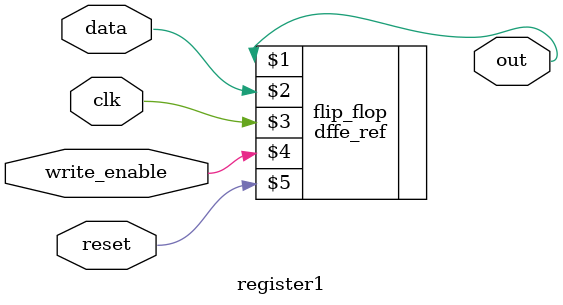
<source format=v>
module register1(
    output out,
    input data,
    input clk, write_enable, reset
);

    dffe_ref flip_flop(out, data, clk, write_enable, reset);
endmodule
</source>
